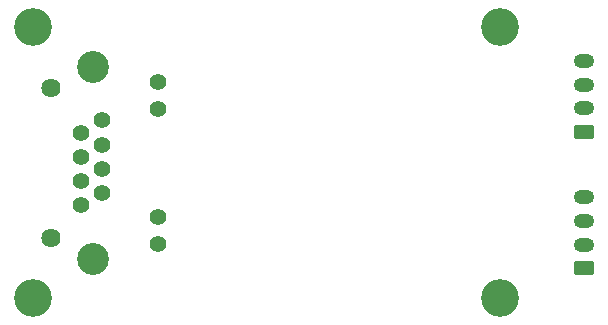
<source format=gbr>
G04 #@! TF.GenerationSoftware,KiCad,Pcbnew,8.0.0*
G04 #@! TF.CreationDate,2024-03-12T12:46:25+03:00*
G04 #@! TF.ProjectId,Maxxfan_ethernet_controller,4d617878-6661-46e5-9f65-746865726e65,rev?*
G04 #@! TF.SameCoordinates,Original*
G04 #@! TF.FileFunction,Soldermask,Bot*
G04 #@! TF.FilePolarity,Negative*
%FSLAX46Y46*%
G04 Gerber Fmt 4.6, Leading zero omitted, Abs format (unit mm)*
G04 Created by KiCad (PCBNEW 8.0.0) date 2024-03-12 12:46:25*
%MOMM*%
%LPD*%
G01*
G04 APERTURE LIST*
G04 Aperture macros list*
%AMRoundRect*
0 Rectangle with rounded corners*
0 $1 Rounding radius*
0 $2 $3 $4 $5 $6 $7 $8 $9 X,Y pos of 4 corners*
0 Add a 4 corners polygon primitive as box body*
4,1,4,$2,$3,$4,$5,$6,$7,$8,$9,$2,$3,0*
0 Add four circle primitives for the rounded corners*
1,1,$1+$1,$2,$3*
1,1,$1+$1,$4,$5*
1,1,$1+$1,$6,$7*
1,1,$1+$1,$8,$9*
0 Add four rect primitives between the rounded corners*
20,1,$1+$1,$2,$3,$4,$5,0*
20,1,$1+$1,$4,$5,$6,$7,0*
20,1,$1+$1,$6,$7,$8,$9,0*
20,1,$1+$1,$8,$9,$2,$3,0*%
G04 Aperture macros list end*
%ADD10RoundRect,0.250000X0.625000X-0.350000X0.625000X0.350000X-0.625000X0.350000X-0.625000X-0.350000X0*%
%ADD11O,1.750000X1.200000*%
%ADD12C,3.200000*%
%ADD13C,1.400000*%
%ADD14C,1.625000*%
%ADD15C,2.700000*%
G04 APERTURE END LIST*
D10*
X144600000Y-118450000D03*
D11*
X144600000Y-116450000D03*
X144600000Y-114450000D03*
X144600000Y-112450000D03*
X144600000Y-100900000D03*
X144600000Y-102900000D03*
X144600000Y-104900000D03*
D10*
X144600000Y-106900000D03*
D12*
X137500000Y-121000000D03*
X137500000Y-98000000D03*
D13*
X103780000Y-105940000D03*
X102000000Y-106960000D03*
X103780000Y-107980000D03*
X102000000Y-109000000D03*
X103780000Y-110020000D03*
X102000000Y-111040000D03*
X103780000Y-112060000D03*
X102000000Y-113080000D03*
X108590000Y-102650000D03*
X108590000Y-104940000D03*
X108590000Y-114080000D03*
X108590000Y-116370000D03*
D14*
X99460000Y-103160000D03*
X99460000Y-115860000D03*
D15*
X103020000Y-101380000D03*
X103020000Y-117640000D03*
D12*
X98000000Y-121000000D03*
X98000000Y-98000000D03*
M02*

</source>
